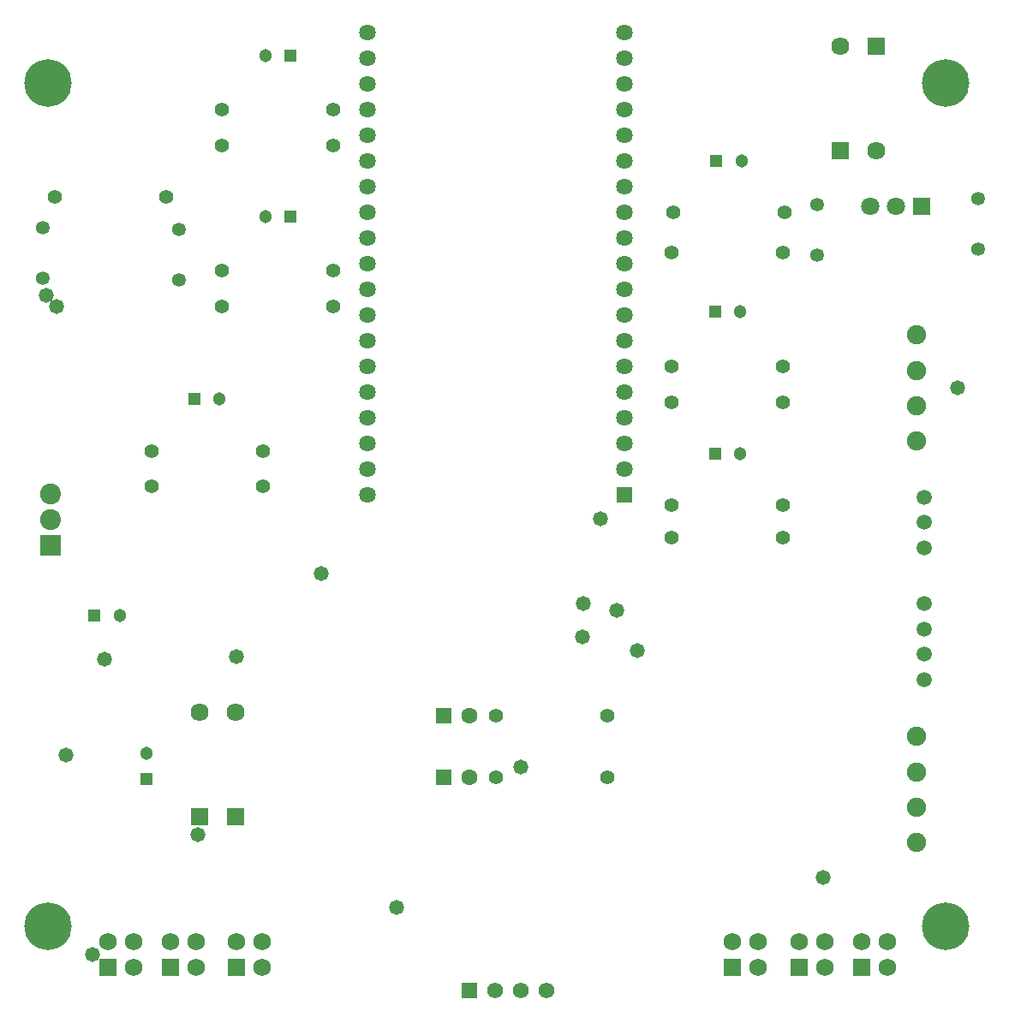
<source format=gbs>
G04*
G04 #@! TF.GenerationSoftware,Altium Limited,Altium Designer,23.8.1 (32)*
G04*
G04 Layer_Color=16711935*
%FSLAX25Y25*%
%MOIN*%
G70*
G04*
G04 #@! TF.SameCoordinates,C7E29C90-252A-4D1B-ADA4-5BBD7A111965*
G04*
G04*
G04 #@! TF.FilePolarity,Negative*
G04*
G01*
G75*
%ADD18R,0.05131X0.05131*%
%ADD19C,0.05131*%
%ADD20C,0.05524*%
%ADD21C,0.05328*%
%ADD22R,0.07119X0.07119*%
%ADD23C,0.07119*%
%ADD24R,0.07060X0.07060*%
%ADD25C,0.07060*%
%ADD26C,0.05900*%
%ADD27C,0.07500*%
%ADD28R,0.05131X0.05131*%
%ADD29R,0.06417X0.06417*%
%ADD30C,0.06417*%
%ADD31C,0.06824*%
%ADD32R,0.06824X0.06824*%
%ADD33R,0.08123X0.08123*%
%ADD34C,0.08123*%
%ADD35R,0.06312X0.06312*%
%ADD36C,0.06312*%
%ADD37R,0.06194X0.06194*%
%ADD38C,0.06194*%
%ADD39C,0.18517*%
%ADD40C,0.05800*%
D18*
X211921Y459000D02*
D03*
X377079Y366500D02*
D03*
Y422000D02*
D03*
X211921Y521500D02*
D03*
X377579Y480500D02*
D03*
X174500Y388000D02*
D03*
X135579Y303500D02*
D03*
D19*
X202079Y459000D02*
D03*
X386921Y366500D02*
D03*
X156000Y249843D02*
D03*
X386921Y422000D02*
D03*
X202079Y521500D02*
D03*
X387421Y480500D02*
D03*
X184343Y388000D02*
D03*
X145421Y303500D02*
D03*
D20*
X201154Y367500D02*
D03*
X157846D02*
D03*
Y354000D02*
D03*
X201154D02*
D03*
X403654Y334000D02*
D03*
X360346D02*
D03*
Y346500D02*
D03*
X403654D02*
D03*
X292000Y240500D02*
D03*
X335307D02*
D03*
X292000Y264500D02*
D03*
X335307D02*
D03*
X404154Y460500D02*
D03*
X360846D02*
D03*
X360346Y445000D02*
D03*
X403654D02*
D03*
Y400500D02*
D03*
X360346D02*
D03*
X403654Y386500D02*
D03*
X360346D02*
D03*
X185346Y424000D02*
D03*
X228654D02*
D03*
X185346Y438000D02*
D03*
X228654D02*
D03*
X185346Y500500D02*
D03*
X228654D02*
D03*
Y486500D02*
D03*
X185346D02*
D03*
X120346Y466500D02*
D03*
X163654D02*
D03*
D21*
X168500Y434157D02*
D03*
Y453843D02*
D03*
X115500Y434815D02*
D03*
Y454500D02*
D03*
X417000Y444000D02*
D03*
Y463685D02*
D03*
X479500Y446157D02*
D03*
Y465843D02*
D03*
D22*
X457500Y462988D02*
D03*
D23*
X447500D02*
D03*
X437500D02*
D03*
D24*
X440000Y525394D02*
D03*
X176500Y225106D02*
D03*
X426000Y484606D02*
D03*
X190500Y225106D02*
D03*
D25*
X440000Y484606D02*
D03*
X176500Y265894D02*
D03*
X426000Y525394D02*
D03*
X190500Y265894D02*
D03*
D26*
X458500Y349686D02*
D03*
Y339843D02*
D03*
Y330000D02*
D03*
Y308185D02*
D03*
Y298343D02*
D03*
Y288500D02*
D03*
Y278657D02*
D03*
D27*
X455500Y215161D02*
D03*
Y228941D02*
D03*
Y242720D02*
D03*
Y256500D02*
D03*
Y371500D02*
D03*
Y385280D02*
D03*
Y399059D02*
D03*
Y412839D02*
D03*
D28*
X156000Y240000D02*
D03*
D29*
X342000Y350500D02*
D03*
D30*
Y360500D02*
D03*
Y370500D02*
D03*
Y380500D02*
D03*
Y390500D02*
D03*
Y400500D02*
D03*
Y410500D02*
D03*
Y420500D02*
D03*
Y430500D02*
D03*
Y440500D02*
D03*
Y450500D02*
D03*
Y460500D02*
D03*
Y470500D02*
D03*
Y480500D02*
D03*
Y490500D02*
D03*
Y500500D02*
D03*
Y510500D02*
D03*
Y520500D02*
D03*
Y530500D02*
D03*
X242000D02*
D03*
Y520500D02*
D03*
Y510500D02*
D03*
Y500500D02*
D03*
Y490500D02*
D03*
Y480500D02*
D03*
Y470500D02*
D03*
Y460500D02*
D03*
Y450500D02*
D03*
Y440500D02*
D03*
Y430500D02*
D03*
Y420500D02*
D03*
Y410500D02*
D03*
Y400500D02*
D03*
Y390500D02*
D03*
Y380500D02*
D03*
Y370500D02*
D03*
Y360500D02*
D03*
Y350500D02*
D03*
D31*
X394000Y176500D02*
D03*
Y166500D02*
D03*
X384000Y176500D02*
D03*
X419748D02*
D03*
Y166500D02*
D03*
X409748Y176500D02*
D03*
X444252D02*
D03*
Y166500D02*
D03*
X434252Y176500D02*
D03*
X175252D02*
D03*
Y166500D02*
D03*
X165252Y176500D02*
D03*
X150748D02*
D03*
Y166500D02*
D03*
X140748Y176500D02*
D03*
X201000D02*
D03*
Y166500D02*
D03*
X191000Y176500D02*
D03*
D32*
X384000Y166500D02*
D03*
X409748D02*
D03*
X434252D02*
D03*
X165252D02*
D03*
X140748D02*
D03*
X191000D02*
D03*
D33*
X118500Y331000D02*
D03*
D34*
Y341000D02*
D03*
Y351000D02*
D03*
D35*
X271500Y264500D02*
D03*
Y240500D02*
D03*
D36*
X281500Y264500D02*
D03*
Y240500D02*
D03*
D37*
Y157500D02*
D03*
D38*
X291500D02*
D03*
X301500D02*
D03*
X311500D02*
D03*
D39*
X117500Y511000D02*
D03*
Y182500D02*
D03*
X467000Y511000D02*
D03*
Y182500D02*
D03*
D40*
X134900Y171700D02*
D03*
X124400Y249300D02*
D03*
X139600Y286500D02*
D03*
X471500Y392200D02*
D03*
X224000Y320000D02*
D03*
X190800Y287700D02*
D03*
X346800Y289900D02*
D03*
X301500Y244600D02*
D03*
X332700Y341100D02*
D03*
X338800Y305700D02*
D03*
X325900Y308400D02*
D03*
X419100Y201652D02*
D03*
X175900Y218400D02*
D03*
X325600Y295100D02*
D03*
X253100Y189900D02*
D03*
X121000Y424000D02*
D03*
X116908Y428092D02*
D03*
M02*

</source>
